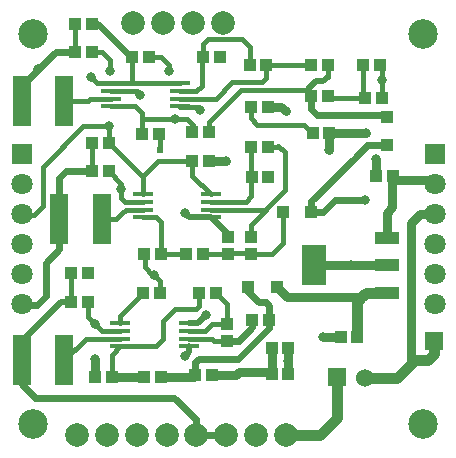
<source format=gtl>
G04 Layer: TopLayer*
G04 EasyEDA v6.3.22, 2020-01-22T11:07:26+01:00*
G04 dbe5752f4b9e44bf826be982e50114fc,6ac03ef627a24f5ab7c901ca926ad83b,10*
G04 Gerber Generator version 0.2*
G04 Scale: 100 percent, Rotated: No, Reflected: No *
G04 Dimensions in millimeters *
G04 leading zeros omitted , absolute positions ,3 integer and 3 decimal *
%FSLAX33Y33*%
%MOMM*%
G90*
G71D02*

%ADD11C,0.899998*%
%ADD12C,0.799998*%
%ADD13C,0.399999*%
%ADD14C,0.599999*%
%ADD15C,0.750011*%
%ADD16C,0.499999*%
%ADD17C,0.999998*%
%ADD18C,0.610006*%
%ADD19R,1.803400X0.406400*%
%ADD20R,0.999998X1.099998*%
%ADD21R,1.099998X0.999998*%
%ADD22R,1.501140X4.299991*%
%ADD23R,2.159000X1.092200*%
%ADD24R,2.159000X3.505200*%
%ADD25R,0.999998X0.999998*%
%ADD26R,1.524000X1.524000*%
%ADD27C,2.499995*%
%ADD28C,1.524000*%
%ADD29C,1.799996*%
%ADD30R,1.799996X1.799996*%
%ADD31C,1.999996*%

%LPD*%
G54D11*
G01X36299Y9600D02*
G01X36400Y9499D01*
G01X30589Y6430D02*
G01X33330Y6430D01*
G01X34849Y7950D01*
G01X34848Y7949D02*
G01X35910Y7949D01*
G01X36400Y8442D01*
G01X36400Y9498D01*
G54D12*
G01X36499Y20270D02*
G01X35229Y20270D01*
G01X34510Y19551D01*
G01X34510Y8149D01*
G01X34511Y7611D01*
G54D11*
G01X23876Y1551D02*
G01X26740Y1551D01*
G01X28199Y3010D01*
G01X28199Y6480D01*
G54D13*
G01X20820Y32869D02*
G01X20820Y34436D01*
G01X20828Y34444D01*
G01X20193Y35079D01*
G01X17272Y35079D01*
G01X16864Y34671D01*
G01X16864Y33555D01*
G01X1501Y20270D02*
G01X1549Y20220D01*
G01X2540Y20220D01*
G01X3302Y20982D01*
G01X3302Y24284D01*
G01X6731Y27713D01*
G01X8255Y27713D01*
G01X8890Y27713D01*
G01X8305Y19839D02*
G01X9525Y19839D01*
G01X10020Y20334D01*
G01X10337Y20651D01*
G01X11760Y20651D01*
G01X13311Y16918D02*
G01X13311Y19608D01*
G01X12954Y19966D01*
G01X12928Y19991D01*
G01X11760Y19991D01*
G01X13311Y16918D02*
G01X13323Y16929D01*
G01X15469Y16929D01*
G01X16869Y16929D02*
G01X16869Y16929D01*
G01X18969Y16929D01*
G01X6070Y36359D02*
G01X6070Y34020D01*
G01X6070Y34020D01*
G54D14*
G01X1524Y29872D02*
G01X1524Y31142D01*
G01X2921Y32539D01*
G01X2921Y32539D02*
G01X4402Y34020D01*
G01X6070Y34020D01*
G54D13*
G01X9093Y30049D02*
G01X7289Y30049D01*
G01X7112Y29872D01*
G01X5130Y29872D01*
G01X9093Y29389D02*
G01X11150Y29389D01*
G01X11684Y28856D01*
G01X11707Y28832D01*
G01X11707Y27078D01*
G01X7466Y26316D02*
G01X7466Y23903D01*
G01X7466Y23903D01*
G54D14*
G01X7465Y23903D02*
G01X5242Y23903D01*
G01X4699Y23359D01*
G01X4699Y19839D01*
G54D13*
G01X11760Y21947D02*
G01X11760Y23421D01*
G01X8866Y26316D01*
G01X15975Y24792D02*
G01X15975Y23523D01*
G01X17551Y21947D01*
G01X11707Y28279D02*
G01X11776Y28348D01*
G01X14478Y28348D01*
G01X14478Y28348D02*
G01X15494Y28348D01*
G01X16002Y27840D01*
G01X15975Y27813D01*
G01X15975Y27205D01*
G01X26150Y27130D02*
G01X25440Y27840D01*
G01X21463Y27840D01*
G01X20927Y28375D01*
G01X20927Y29364D01*
G01X26008Y30253D02*
G01X25500Y30761D01*
G01X20066Y30761D01*
G01X17375Y28070D01*
G01X17375Y27205D01*
G01X30453Y32920D02*
G01X30453Y30253D01*
G01X30580Y30126D01*
G01X30580Y30126D02*
G01X27535Y30126D01*
G01X27408Y30253D01*
G54D14*
G01X32519Y28450D02*
G01X31970Y28650D01*
G01X28956Y28650D01*
G01X29718Y25068D02*
G01X30731Y26089D01*
G01X31970Y26089D01*
G01X32519Y26050D01*
G54D13*
G01X14884Y30049D02*
G01X17957Y30049D01*
G01X19357Y31449D01*
G01X21569Y31450D01*
G01X21579Y31450D01*
G01X21579Y31450D01*
G01X26007Y32920D02*
G01X26057Y32869D01*
G01X22219Y32869D01*
G01X27408Y32920D02*
G01X27432Y32896D01*
G01X27432Y31904D01*
G54D15*
G01X36499Y22810D02*
G01X36121Y23189D01*
G01X32824Y23189D01*
G01X32920Y23522D01*
G54D12*
G01X13311Y6504D02*
G01X16102Y6504D01*
G01X16229Y6631D01*
G01X17630Y6631D02*
G01X19685Y6631D01*
G01X19939Y6885D01*
G01X22680Y6885D01*
G01X22680Y6750D01*
G54D14*
G01X22451Y11289D02*
G01X22451Y10669D01*
G01X19806Y8028D01*
G01X16510Y8028D01*
G01X16228Y7746D01*
G01X16228Y6631D01*
G54D13*
G01X15646Y9729D02*
G01X17602Y9729D01*
G01X17797Y9549D01*
G01X19034Y9574D01*
G01X18923Y9574D01*
G01X15646Y10364D02*
G01X17068Y10364D01*
G01X17653Y10949D01*
G01X17679Y10975D01*
G01X18923Y10975D01*
G01X17933Y13616D02*
G01X18923Y12626D01*
G01X18923Y12219D01*
G01X18923Y10975D01*
G01X9855Y9069D02*
G01X12852Y9069D01*
G01X13462Y9679D01*
G01X13462Y11203D01*
G01X14478Y12219D01*
G01X16256Y12219D01*
G01X16533Y12496D01*
G01X16533Y13616D01*
G01X9855Y9729D02*
G01X6959Y9729D01*
G01X5130Y7901D01*
G01X9855Y9069D02*
G01X9120Y8334D01*
G01X9120Y6504D01*
G54D12*
G01X9120Y6504D02*
G01X11911Y6504D01*
G54D13*
G01X5688Y15267D02*
G01X5688Y12854D01*
G54D16*
G01X1524Y7901D02*
G01X1524Y9552D01*
G01X4826Y12854D01*
G01X5687Y12854D01*
G01X15367Y8282D02*
G01X15646Y8561D01*
G01X15646Y9069D01*
G01X15646Y11025D02*
G01X16459Y11025D01*
G01X17145Y11711D01*
G54D13*
G01X22179Y20651D02*
G01X22179Y20714D01*
G01X23799Y22335D01*
G01X23799Y25500D01*
G01X23249Y26050D01*
G01X23134Y25935D01*
G01X22328Y25935D01*
G01X22219Y32869D02*
G01X22219Y31840D01*
G01X21828Y31449D01*
G01X21569Y31449D01*
G54D16*
G01X18971Y18330D02*
G01X18971Y18680D01*
G01X18862Y18680D01*
G01X17551Y19991D01*
G01X17551Y19991D02*
G01X15722Y19991D01*
G01X15367Y20347D01*
G01X7470Y36359D02*
G01X7990Y36359D01*
G01X10795Y33555D01*
G01X10895Y33555D01*
G01X27432Y31904D02*
G01X27051Y31523D01*
G01X26416Y31523D01*
G01X25781Y30888D01*
G01X25781Y30253D01*
G01X26007Y30253D01*
G54D13*
G01X9093Y31345D02*
G01X14884Y31345D01*
G01X10895Y33555D02*
G01X10885Y33545D01*
G01X10885Y31345D01*
G01X14884Y30684D02*
G01X16306Y30684D01*
G01X16764Y31142D01*
G01X16764Y33454D01*
G01X16864Y33555D01*
G01X20928Y25935D02*
G01X20928Y23481D01*
G01X20989Y23419D01*
G01X14884Y29389D02*
G01X14909Y29364D01*
G01X16383Y29364D01*
G01X16637Y29110D01*
G01X9093Y31345D02*
G01X9042Y31396D01*
G01X7874Y31396D01*
G01X7366Y31904D01*
G01X15975Y24792D02*
G01X14478Y24792D01*
G01X13081Y24792D01*
G01X11760Y23471D01*
G01X11760Y23421D01*
G54D14*
G01X1501Y12650D02*
G01X1549Y12600D01*
G01X2794Y12600D01*
G01X3556Y13362D01*
G01X3556Y16156D01*
G01X4699Y17299D01*
G01X4699Y19839D01*
G54D13*
G01X11784Y13616D02*
G01X9855Y11687D01*
G01X9855Y11025D01*
G54D14*
G01X1524Y7901D02*
G01X1524Y5869D01*
G01X2667Y4726D01*
G01X14434Y4726D01*
G01X16256Y2904D01*
G01X16256Y1551D01*
G01X16510Y1551D02*
G01X18796Y1551D01*
G54D13*
G01X20889Y18310D02*
G01X20889Y19362D01*
G01X22179Y20651D01*
G54D12*
G01X22680Y8929D02*
G01X22680Y6750D01*
G01X22680Y6750D01*
G54D15*
G01X32919Y23522D02*
G01X32893Y23495D01*
G01X32893Y20855D01*
G01X32426Y20388D01*
G01X32426Y18231D01*
G54D12*
G01X31496Y24919D02*
G01X31496Y23545D01*
G01X31519Y23522D01*
G54D13*
G01X12295Y33555D02*
G01X13335Y33555D01*
G01X13970Y32920D01*
G01X13970Y32412D01*
G01X7470Y34020D02*
G01X8297Y34020D01*
G01X9017Y33301D01*
G01X9017Y32412D01*
G01X9093Y30684D02*
G01X11252Y30684D01*
G01X11557Y30380D01*
G54D12*
G01X17375Y24792D02*
G01X18796Y24792D01*
G54D13*
G01X8866Y23903D02*
G01X9906Y22863D01*
G01X9906Y22379D01*
G01X11760Y21286D02*
G01X10236Y21286D01*
G01X9906Y21617D01*
G01X9906Y22379D01*
G01X11911Y16918D02*
G01X11938Y16891D01*
G01X11938Y15775D01*
G01X12573Y15140D01*
G01X12700Y15140D01*
G01X12700Y15140D02*
G01X13184Y14655D01*
G01X13184Y13616D01*
G54D12*
G01X7747Y8028D02*
G01X7747Y6530D01*
G01X7720Y6504D01*
G54D13*
G01X7088Y12854D02*
G01X7112Y12830D01*
G01X7112Y11584D01*
G01X7747Y10949D01*
G01X9855Y10364D02*
G01X8331Y10364D01*
G01X7747Y10949D01*
G54D12*
G01X22328Y29364D02*
G01X23495Y29364D01*
G01X23876Y28983D01*
G54D13*
G01X31853Y32920D02*
G01X32004Y32769D01*
G01X32004Y31650D01*
G01X31980Y30126D02*
G01X32004Y30149D01*
G01X32004Y31650D01*
G54D12*
G01X27550Y27130D02*
G01X27550Y25690D01*
G01X27539Y25679D01*
G01X28520Y9900D02*
G01X27019Y9900D01*
G01X26999Y9880D01*
G54D13*
G01X26199Y15959D02*
G01X26214Y15959D01*
G01X26228Y15945D01*
G54D12*
G01X26228Y15945D02*
G01X31158Y15945D01*
G01X32426Y15945D01*
G54D13*
G01X13107Y27078D02*
G01X13208Y26977D01*
G01X13208Y25681D01*
G54D12*
G01X24080Y8929D02*
G01X24080Y7850D01*
G01X24070Y7840D01*
G01X24080Y6750D02*
G01X24080Y7829D01*
G01X24070Y7840D01*
G54D13*
G01X17551Y21286D02*
G01X20497Y21286D01*
G01X20955Y21769D01*
G01X20955Y23419D01*
G01X20989Y23419D01*
G54D12*
G01X30279Y13220D02*
G01X29428Y13219D01*
G01X23980Y13219D01*
G01X23108Y14090D01*
G54D13*
G01X8890Y27713D02*
G01X8866Y27689D01*
G01X8866Y26316D01*
G01X18970Y16929D02*
G01X19010Y16970D01*
G01X20830Y16970D01*
G01X20889Y16910D01*
G54D14*
G01X26008Y30253D02*
G01X26008Y29161D01*
G01X26519Y28650D01*
G01X28956Y28650D01*
G54D12*
G01X27549Y27130D02*
G01X30690Y27130D01*
G01X30699Y27139D01*
G54D13*
G01X17551Y20651D02*
G01X22180Y20651D01*
G54D14*
G01X30607Y21490D02*
G01X28011Y21490D01*
G01X27000Y20479D01*
G01X26050Y20479D01*
G01X18923Y9575D02*
G01X19875Y9575D01*
G01X21049Y10750D01*
G01X21049Y11290D01*
G01X20708Y14090D02*
G01X20708Y13699D01*
G01X21569Y12841D01*
G01X22179Y12841D01*
G01X22459Y12520D01*
G01X22451Y12516D01*
G01X22451Y11289D01*
G54D13*
G01X20889Y16910D02*
G01X22700Y16910D01*
G01X23649Y17859D01*
G01X23649Y20480D01*
G54D14*
G01X26049Y20480D02*
G01X26049Y21400D01*
G01X29718Y25068D01*
G54D11*
G01X29919Y9900D02*
G01X29919Y12859D01*
G01X30279Y13220D01*
G01X30279Y13220D02*
G01X30693Y13634D01*
G01X32426Y13634D01*
G54D19*
G01X9093Y31345D03*
G01X9093Y30684D03*
G01X9093Y30049D03*
G01X9093Y29389D03*
G01X14884Y29389D03*
G01X14884Y30049D03*
G01X14884Y30684D03*
G01X14884Y31345D03*
G54D20*
G01X6070Y36359D03*
G01X7469Y36359D03*
G01X30453Y32920D03*
G01X31853Y32920D03*
G01X26008Y30253D03*
G01X27408Y30253D03*
G54D19*
G01X9855Y11025D03*
G01X9855Y10364D03*
G01X9855Y9729D03*
G01X9855Y9069D03*
G01X15646Y9069D03*
G01X15646Y9729D03*
G01X15646Y10364D03*
G01X15646Y11025D03*
G54D20*
G01X5688Y15267D03*
G01X7088Y15267D03*
G01X22679Y6750D03*
G01X24079Y6750D03*
G01X16229Y6631D03*
G01X17629Y6631D03*
G54D19*
G01X11760Y21947D03*
G01X11760Y21286D03*
G01X11760Y20651D03*
G01X11760Y19991D03*
G01X17551Y19991D03*
G01X17551Y20651D03*
G01X17551Y21286D03*
G01X17551Y21947D03*
G54D20*
G01X7466Y26316D03*
G01X8866Y26316D03*
G01X26150Y27130D03*
G01X27549Y27130D03*
G54D21*
G01X18969Y16929D03*
G01X18969Y18329D03*
G54D20*
G01X6070Y34020D03*
G01X7469Y34020D03*
G01X10895Y33555D03*
G01X12295Y33555D03*
G01X30580Y30126D03*
G01X31980Y30126D03*
G01X13107Y27078D03*
G01X11708Y27078D03*
G01X7720Y6504D03*
G01X9120Y6504D03*
G01X22679Y8929D03*
G01X24079Y8929D03*
G01X15975Y24792D03*
G01X17375Y24792D03*
G01X5688Y12854D03*
G01X7088Y12854D03*
G01X7466Y23903D03*
G01X8866Y23903D03*
G01X11784Y13616D03*
G01X13184Y13616D03*
G01X20928Y29364D03*
G01X22328Y29364D03*
G01X11911Y16918D03*
G01X13311Y16918D03*
G54D22*
G01X1524Y7901D03*
G01X5130Y7901D03*
G01X4699Y19839D03*
G01X8305Y19839D03*
G01X1524Y29872D03*
G01X5130Y29872D03*
G54D23*
G01X32426Y13634D03*
G01X32426Y15945D03*
G01X32426Y18231D03*
G54D24*
G01X26228Y15945D03*
G54D20*
G01X29919Y9899D03*
G01X28519Y9899D03*
G01X32919Y23522D03*
G01X31520Y23522D03*
G01X15975Y27205D03*
G01X17375Y27205D03*
G01X11911Y6504D03*
G01X13311Y6504D03*
G01X15469Y16929D03*
G01X16869Y16929D03*
G01X20928Y25935D03*
G01X22328Y25935D03*
G54D21*
G01X18923Y10975D03*
G01X18923Y9575D03*
G54D20*
G01X20819Y32869D03*
G01X22219Y32869D03*
G01X17933Y13616D03*
G01X16534Y13616D03*
G01X21049Y11290D03*
G01X22449Y11290D03*
G01X16864Y33555D03*
G01X18264Y33555D03*
G01X26008Y32920D03*
G01X27408Y32920D03*
G01X20989Y23419D03*
G01X22389Y23419D03*
G54D21*
G01X20889Y18310D03*
G01X20889Y16910D03*
G54D25*
G01X32459Y28499D03*
G01X32459Y26100D03*
G01X23649Y20480D03*
G01X26049Y20480D03*
G01X20709Y14089D03*
G01X23109Y14089D03*
G54D26*
G01X36399Y9499D03*
G54D27*
G01X2500Y2499D03*
G01X35500Y2499D03*
G01X35500Y35499D03*
G01X2500Y35499D03*
G54D28*
G01X30589Y6430D03*
G54D26*
G01X28199Y6480D03*
G54D29*
G01X1500Y12650D03*
G01X1500Y15190D03*
G01X1500Y17730D03*
G01X1500Y20270D03*
G01X1500Y22810D03*
G54D30*
G01X1500Y25350D03*
G54D29*
G01X36500Y12650D03*
G01X36500Y15190D03*
G01X36500Y17730D03*
G01X36500Y20270D03*
G01X36500Y22810D03*
G54D30*
G01X36500Y25350D03*
G54D31*
G01X16256Y1551D03*
G01X18796Y1551D03*
G01X21336Y1551D03*
G01X23876Y1551D03*
G01X6223Y1551D03*
G01X8763Y1551D03*
G01X11303Y1551D03*
G01X13843Y1551D03*
G01X18542Y36476D03*
G01X16002Y36476D03*
G01X13462Y36476D03*
G01X10922Y36476D03*
G54D12*
G01X17629Y6631D03*
G01X15367Y8282D03*
G01X17145Y11711D03*
G01X11811Y13616D03*
G01X22400Y23450D03*
G01X15379Y16940D03*
G01X15367Y20347D03*
G01X20955Y29364D03*
G01X27408Y30253D03*
G01X16637Y29110D03*
G01X14478Y28348D03*
G01X18288Y33555D03*
G01X7112Y15267D03*
G01X7366Y31904D03*
G01X8890Y27713D03*
G01X2921Y32539D03*
G01X30607Y21490D03*
G01X31496Y24919D03*
G01X27539Y25679D03*
G01X32004Y31650D03*
G01X26999Y9880D03*
G54D17*
G01X26199Y15959D03*
G54D12*
G01X7747Y10949D03*
G01X7747Y8028D03*
G01X12700Y15140D03*
G01X9906Y22379D03*
G54D18*
G01X13208Y25681D03*
G54D12*
G01X18796Y24792D03*
G01X11557Y30380D03*
G01X9017Y32412D03*
G01X13970Y32412D03*
G01X23876Y28983D03*
G01X29389Y15940D03*
G01X24070Y7840D03*
G01X30699Y27139D03*
G01X26049Y20480D03*
G01X23109Y14089D03*
M00*
M02*

</source>
